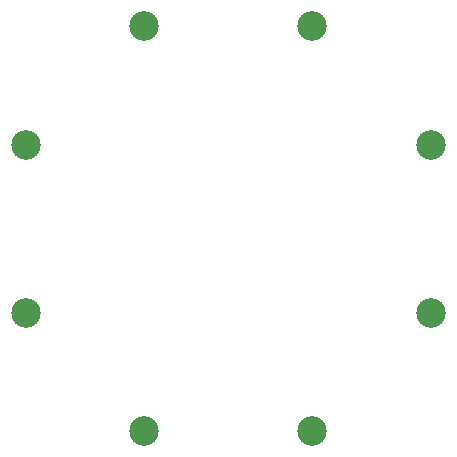
<source format=gbr>
%TF.GenerationSoftware,KiCad,Pcbnew,(5.1.6)-1*%
%TF.CreationDate,2025-07-06T20:52:53+05:30*%
%TF.ProjectId,Project_OAK_BOT_STRAP_V0,50726f6a-6563-4745-9f4f-414b5f424f54,A*%
%TF.SameCoordinates,Original*%
%TF.FileFunction,Soldermask,Top*%
%TF.FilePolarity,Negative*%
%FSLAX46Y46*%
G04 Gerber Fmt 4.6, Leading zero omitted, Abs format (unit mm)*
G04 Created by KiCad (PCBNEW (5.1.6)-1) date 2025-07-06 20:52:53*
%MOMM*%
%LPD*%
G01*
G04 APERTURE LIST*
%ADD10C,2.500000*%
G04 APERTURE END LIST*
D10*
%TO.C,REF\u002A\u002A*%
X87630000Y-86360000D03*
%TD*%
%TO.C,REF\u002A\u002A*%
X87630000Y-100584000D03*
%TD*%
%TO.C,REF\u002A\u002A*%
X77571600Y-110642400D03*
%TD*%
%TO.C,REF\u002A\u002A*%
X63347600Y-110642400D03*
%TD*%
%TO.C,REF\u002A\u002A*%
X53289200Y-100584000D03*
%TD*%
%TO.C,REF\u002A\u002A*%
X53289200Y-86360000D03*
%TD*%
%TO.C,REF\u002A\u002A*%
X63347600Y-76301600D03*
%TD*%
%TO.C,REF\u002A\u002A*%
X77571600Y-76301600D03*
%TD*%
M02*

</source>
